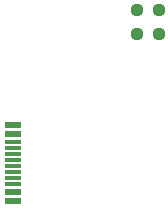
<source format=gbr>
%TF.GenerationSoftware,KiCad,Pcbnew,(6.0.1)*%
%TF.CreationDate,2022-02-05T19:44:41+08:00*%
%TF.ProjectId,Type-C_Ext,54797065-2d43-45f4-9578-742e6b696361,rev?*%
%TF.SameCoordinates,Original*%
%TF.FileFunction,Paste,Top*%
%TF.FilePolarity,Positive*%
%FSLAX46Y46*%
G04 Gerber Fmt 4.6, Leading zero omitted, Abs format (unit mm)*
G04 Created by KiCad (PCBNEW (6.0.1)) date 2022-02-05 19:44:41*
%MOMM*%
%LPD*%
G01*
G04 APERTURE LIST*
G04 Aperture macros list*
%AMRoundRect*
0 Rectangle with rounded corners*
0 $1 Rounding radius*
0 $2 $3 $4 $5 $6 $7 $8 $9 X,Y pos of 4 corners*
0 Add a 4 corners polygon primitive as box body*
4,1,4,$2,$3,$4,$5,$6,$7,$8,$9,$2,$3,0*
0 Add four circle primitives for the rounded corners*
1,1,$1+$1,$2,$3*
1,1,$1+$1,$4,$5*
1,1,$1+$1,$6,$7*
1,1,$1+$1,$8,$9*
0 Add four rect primitives between the rounded corners*
20,1,$1+$1,$2,$3,$4,$5,0*
20,1,$1+$1,$4,$5,$6,$7,0*
20,1,$1+$1,$6,$7,$8,$9,0*
20,1,$1+$1,$8,$9,$2,$3,0*%
G04 Aperture macros list end*
%ADD10RoundRect,0.237500X0.250000X0.237500X-0.250000X0.237500X-0.250000X-0.237500X0.250000X-0.237500X0*%
%ADD11R,1.450000X0.600000*%
%ADD12R,1.450000X0.300000*%
G04 APERTURE END LIST*
D10*
%TO.C,R1*%
X122070500Y-78486000D03*
X120245500Y-78486000D03*
%TD*%
D11*
%TO.C,J1*%
X109709000Y-86158000D03*
X109709000Y-86958000D03*
D12*
X109709000Y-88158000D03*
X109709000Y-89158000D03*
X109709000Y-89658000D03*
X109709000Y-90658000D03*
D11*
X109709000Y-91858000D03*
X109709000Y-92658000D03*
X109709000Y-92658000D03*
X109709000Y-91858000D03*
D12*
X109709000Y-91158000D03*
X109709000Y-90158000D03*
X109709000Y-88658000D03*
X109709000Y-87658000D03*
D11*
X109709000Y-86958000D03*
X109709000Y-86158000D03*
%TD*%
D10*
%TO.C,R2*%
X122070500Y-76454000D03*
X120245500Y-76454000D03*
%TD*%
M02*

</source>
